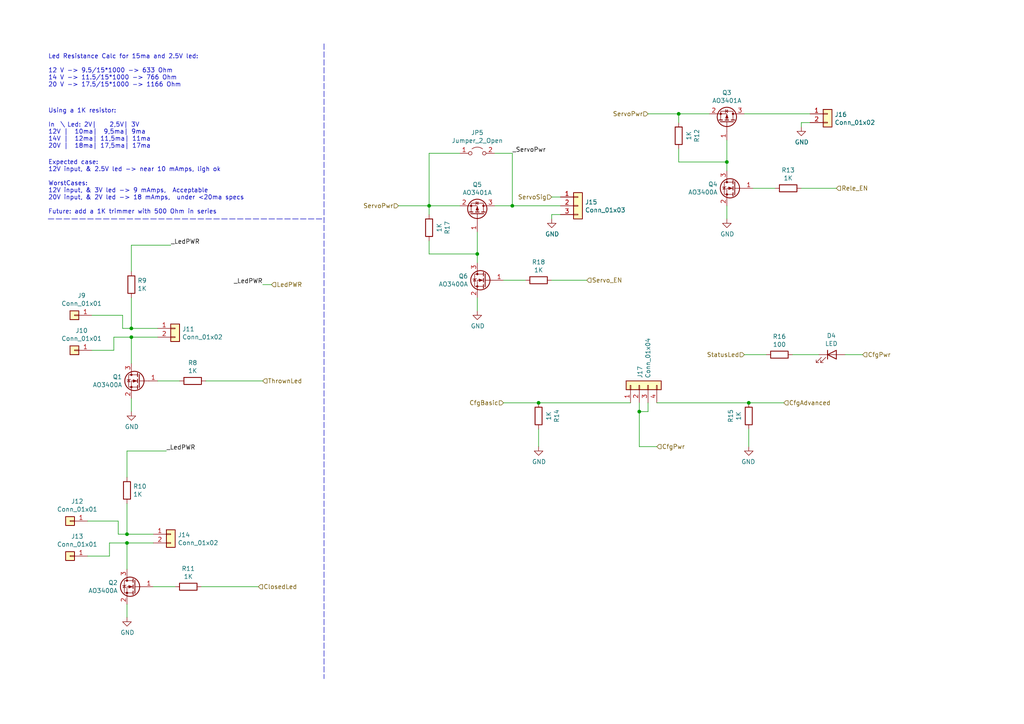
<source format=kicad_sch>
(kicad_sch (version 20211123) (generator eeschema)
  (paper "A4")
  (title_block (title "DCC Decoder Turnout") (date "2022-07-04") (rev "0.4.1"))
  (lib_symbols
    (symbol "Connector_Generic:Conn_01x01" (pin_names (offset 1.016) hide)
      (property "Reference" "J" (at 0 2.54 0))
      (property "Value" "Conn_01x01" (at 0 -2.54 0))
      (symbol "Conn_01x01_1_1"
        (rectangle (start -1.27 0.127) (end 0 -0.127) (stroke (width 0.1524)))
        (rectangle (start -1.27 1.27) (end 1.27 -1.27) (stroke (width 0.254)) (fill (type background)))
        (pin passive line (at -5.08 0 0) (length 3.81) (name "Pin_1") (number "1"))
      )
    )
    (symbol "Connector_Generic:Conn_01x02" (pin_names (offset 1.016) hide)
      (property "Reference" "J" (at 0 2.54 0))
      (property "Value" "Conn_01x02" (at 0 -5.08 0))
      (symbol "Conn_01x02_1_1"
        (rectangle (start -1.27 -2.413) (end 0 -2.667) (stroke (width 0.1524)))
        (rectangle (start -1.27 0.127) (end 0 -0.127) (stroke (width 0.1524)))
        (rectangle (start -1.27 1.27) (end 1.27 -3.81) (stroke (width 0.254)) (fill (type background)))
        (pin passive line (at -5.08 0 0) (length 3.81) (name "Pin_1") (number "1"))
        (pin passive line (at -5.08 -2.54 0) (length 3.81) (name "Pin_2") (number "2"))
      )
    )
    (symbol "Connector_Generic:Conn_01x03" (pin_names (offset 1.016) hide)
      (property "Reference" "J" (at 0 5.08 0))
      (property "Value" "Conn_01x03" (at 0 -5.08 0))
      (symbol "Conn_01x03_1_1"
        (rectangle (start -1.27 -2.413) (end 0 -2.667) (stroke (width 0.1524)))
        (rectangle (start -1.27 0.127) (end 0 -0.127) (stroke (width 0.1524)))
        (rectangle (start -1.27 2.667) (end 0 2.413) (stroke (width 0.1524)))
        (rectangle (start -1.27 3.81) (end 1.27 -3.81) (stroke (width 0.254)) (fill (type background)))
        (pin passive line (at -5.08 2.54 0) (length 3.81) (name "Pin_1") (number "1"))
        (pin passive line (at -5.08 0 0) (length 3.81) (name "Pin_2") (number "2"))
        (pin passive line (at -5.08 -2.54 0) (length 3.81) (name "Pin_3") (number "3"))
      )
    )
    (symbol "Connector_Generic:Conn_01x04" (pin_names (offset 1.016) hide)
      (property "Reference" "J" (at 0 5.08 0))
      (property "Value" "Conn_01x04" (at 0 -7.62 0))
      (symbol "Conn_01x04_1_1"
        (rectangle (start -1.27 -4.953) (end 0 -5.207) (stroke (width 0.1524)))
        (rectangle (start -1.27 -2.413) (end 0 -2.667) (stroke (width 0.1524)))
        (rectangle (start -1.27 0.127) (end 0 -0.127) (stroke (width 0.1524)))
        (rectangle (start -1.27 2.667) (end 0 2.413) (stroke (width 0.1524)))
        (rectangle (start -1.27 3.81) (end 1.27 -6.35) (stroke (width 0.254)) (fill (type background)))
        (pin passive line (at -5.08 2.54 0) (length 3.81) (name "Pin_1") (number "1"))
        (pin passive line (at -5.08 0 0) (length 3.81) (name "Pin_2") (number "2"))
        (pin passive line (at -5.08 -2.54 0) (length 3.81) (name "Pin_3") (number "3"))
        (pin passive line (at -5.08 -5.08 0) (length 3.81) (name "Pin_4") (number "4"))
      )
    )
    (symbol "Device:LED" (pin_numbers hide) (pin_names (offset 1.016) hide)
      (property "Reference" "D" (at 0 2.54 0))
      (property "Value" "LED" (at 0 -2.54 0))
      (symbol "LED_0_1"
        (polyline (pts (xy -1.27 -1.27) (xy -1.27 1.27)) (stroke (width 0.254)))
        (polyline (pts (xy -1.27 0) (xy 1.27 0)))
        (polyline (pts (xy 1.27 -1.27) (xy 1.27 1.27) (xy -1.27 0) (xy 1.27 -1.27)) (stroke (width 0.254)))
        (polyline (pts (xy -3.048 -0.762) (xy -4.572 -2.286) (xy -3.81 -2.286) (xy -4.572 -2.286) (xy -4.572 -1.524)))
        (polyline (pts (xy -1.778 -0.762) (xy -3.302 -2.286) (xy -2.54 -2.286) (xy -3.302 -2.286) (xy -3.302 -1.524)))
      )
      (symbol "LED_1_1"
        (pin passive line (at -3.81 0 0) (length 2.54) (name "K") (number "1"))
        (pin passive line (at 3.81 0 180) (length 2.54) (name "A") (number "2"))
      )
    )
    (symbol "Device:Q_NMOS_GSD" (pin_names (offset 0) hide)
      (property "Reference" "Q" (at 5.08 1.27 0))
      (property "Value" "Q_NMOS_GSD" (at 5.08 -1.27 0))
      (symbol "Q_NMOS_GSD_0_1"
        (polyline (pts (xy 0.254 0) (xy -2.54 0)))
        (polyline (pts (xy 0.254 1.905) (xy 0.254 -1.905)) (stroke (width 0.254)))
        (polyline (pts (xy 0.762 -1.27) (xy 0.762 -2.286)) (stroke (width 0.254)))
        (polyline (pts (xy 0.762 0.508) (xy 0.762 -0.508)) (stroke (width 0.254)))
        (polyline (pts (xy 0.762 2.286) (xy 0.762 1.27)) (stroke (width 0.254)))
        (polyline (pts (xy 2.54 2.54) (xy 2.54 1.778)))
        (polyline (pts (xy 2.54 -2.54) (xy 2.54 0) (xy 0.762 0)))
        (polyline (pts (xy 0.762 -1.778) (xy 3.302 -1.778) (xy 3.302 1.778) (xy 0.762 1.778)))
        (polyline (pts (xy 1.016 0) (xy 2.032 0.381) (xy 2.032 -0.381) (xy 1.016 0)) (fill (type outline)))
        (polyline (pts (xy 2.794 0.508) (xy 2.921 0.381) (xy 3.683 0.381) (xy 3.81 0.254)))
        (polyline (pts (xy 3.302 0.381) (xy 2.921 -0.254) (xy 3.683 -0.254) (xy 3.302 0.381)))
        (circle (center 1.651 0) (radius 2.794) (stroke (width 0.254)))
        (circle (center 2.54 -1.778) (radius 0.254) (fill (type outline)))
        (circle (center 2.54 1.778) (radius 0.254) (fill (type outline)))
      )
      (symbol "Q_NMOS_GSD_1_1"
        (pin input line (at -5.08 0 0) (length 2.54) (name "G") (number "1"))
        (pin passive line (at 2.54 -5.08 90) (length 2.54) (name "S") (number "2"))
        (pin passive line (at 2.54 5.08 270) (length 2.54) (name "D") (number "3"))
      )
    )
    (symbol "Device:Q_PMOS_GSD" (pin_names (offset 0) hide)
      (property "Reference" "Q" (at 5.08 1.27 0))
      (property "Value" "Q_PMOS_GSD" (at 5.08 -1.27 0))
      (symbol "Q_PMOS_GSD_0_1"
        (polyline (pts (xy 0.254 0) (xy -2.54 0)))
        (polyline (pts (xy 0.254 1.905) (xy 0.254 -1.905)) (stroke (width 0.254)))
        (polyline (pts (xy 0.762 -1.27) (xy 0.762 -2.286)) (stroke (width 0.254)))
        (polyline (pts (xy 0.762 0.508) (xy 0.762 -0.508)) (stroke (width 0.254)))
        (polyline (pts (xy 0.762 2.286) (xy 0.762 1.27)) (stroke (width 0.254)))
        (polyline (pts (xy 2.54 2.54) (xy 2.54 1.778)))
        (polyline (pts (xy 2.54 -2.54) (xy 2.54 0) (xy 0.762 0)))
        (polyline (pts (xy 0.762 1.778) (xy 3.302 1.778) (xy 3.302 -1.778) (xy 0.762 -1.778)))
        (polyline (pts (xy 2.286 0) (xy 1.27 0.381) (xy 1.27 -0.381) (xy 2.286 0)) (fill (type outline)))
        (polyline (pts (xy 2.794 -0.508) (xy 2.921 -0.381) (xy 3.683 -0.381) (xy 3.81 -0.254)))
        (polyline (pts (xy 3.302 -0.381) (xy 2.921 0.254) (xy 3.683 0.254) (xy 3.302 -0.381)))
        (circle (center 1.651 0) (radius 2.794) (stroke (width 0.254)))
        (circle (center 2.54 -1.778) (radius 0.254) (fill (type outline)))
        (circle (center 2.54 1.778) (radius 0.254) (fill (type outline)))
      )
      (symbol "Q_PMOS_GSD_1_1"
        (pin input line (at -5.08 0 0) (length 2.54) (name "G") (number "1"))
        (pin passive line (at 2.54 -5.08 90) (length 2.54) (name "S") (number "2"))
        (pin passive line (at 2.54 5.08 270) (length 2.54) (name "D") (number "3"))
      )
    )
    (symbol "Device:R" (pin_numbers hide) (pin_names (offset 0))
      (property "Reference" "R" (at 2.032 0 90))
      (property "Value" "R" (at 0 0 90))
      (symbol "R_0_1"
        (rectangle (start -1.016 -2.54) (end 1.016 2.54) (stroke (width 0.254)))
      )
      (symbol "R_1_1"
        (pin passive line (at 0 3.81 270) (length 1.27) (name "~") (number "1"))
        (pin passive line (at 0 -3.81 90) (length 1.27) (name "~") (number "2"))
      )
    )
    (symbol "Jumper:Jumper_2_Open" (pin_names (offset 0) hide)
      (property "Reference" "JP" (at 0 2.794 0))
      (property "Value" "Jumper_2_Open" (at 0 -2.286 0))
      (symbol "Jumper_2_Open_0_0"
        (circle (center -2.032 0) (radius 0.508))
        (circle (center 2.032 0) (radius 0.508))
      )
      (symbol "Jumper_2_Open_0_1"
        (arc (start 1.524 1.27) (mid 0 1.778) (end -1.524 1.27))
      )
      (symbol "Jumper_2_Open_1_1"
        (pin passive line (at -5.08 0 0) (length 2.54) (name "A") (number "1"))
        (pin passive line (at 5.08 0 180) (length 2.54) (name "B") (number "2"))
      )
    )
    (symbol "power:GND" (power) (pin_names (offset 0))
      (property "Value" "GND" (at 0 -3.81 0))
      (symbol "GND_0_1"
        (polyline (pts (xy 0 0) (xy 0 -1.27) (xy 1.27 -1.27) (xy 0 -2.54) (xy -1.27 -1.27) (xy 0 -1.27)))
      )
      (symbol "GND_1_1"
        (pin power_in line (at 0 0 270) (length 0) hide (name "GND") (number "1"))
      )
    )
  )
  (junction (at 148.59 59.69))
  (junction (at 36.83 157.48))
  (junction (at 217.17 116.84))
  (junction (at 138.43 73.66))
  (junction (at 38.1 97.79))
  (junction (at 36.83 154.94))
  (junction (at 156.21 116.84))
  (junction (at 210.82 46.99))
  (junction (at 38.1 95.25))
  (junction (at 185.42 119.38))
  (junction (at 196.85 33.02))
  (junction (at 124.46 59.69))
  (wire (pts (xy 160.02 63.5) (xy 160.02 62.23)))
  (wire (pts (xy 45.72 97.79) (xy 38.1 97.79)))
  (wire (pts (xy 185.42 129.54) (xy 185.42 119.38)))
  (wire (pts (xy 229.87 102.87) (xy 237.49 102.87)))
  (wire (pts (xy 124.46 62.23) (xy 124.46 59.69)))
  (wire (pts (xy 138.43 67.31) (xy 138.43 73.66)))
  (wire (pts (xy 217.17 116.84) (xy 227.33 116.84)))
  (wire (pts (xy 124.46 69.85) (xy 124.46 73.66)))
  (wire (pts (xy 185.42 119.38) (xy 185.42 116.84)))
  (wire (pts (xy 44.45 157.48) (xy 36.83 157.48)))
  (wire (pts (xy 187.96 119.38) (xy 185.42 119.38)))
  (wire (pts (xy 232.41 36.83) (xy 232.41 35.56)))
  (wire (pts (xy 35.56 91.44) (xy 35.56 95.25)))
  (wire (pts (xy 156.21 116.84) (xy 182.88 116.84)))
  (wire (pts (xy 187.96 116.84) (xy 187.96 119.38)))
  (wire (pts (xy 124.46 44.45) (xy 124.46 59.69)))
  (wire (pts (xy 160.02 57.15) (xy 162.56 57.15)))
  (wire (pts (xy 160.02 62.23) (xy 162.56 62.23)))
  (wire (pts (xy 38.1 95.25) (xy 45.72 95.25)))
  (wire (pts (xy 115.57 59.69) (xy 124.46 59.69)))
  (wire (pts (xy 52.07 110.49) (xy 45.72 110.49)))
  (wire (pts (xy 143.51 44.45) (xy 148.59 44.45)))
  (wire (pts (xy 33.02 101.6) (xy 26.67 101.6)))
  (wire (pts (xy 36.83 138.43) (xy 36.83 130.81)))
  (wire (pts (xy 190.5 129.54) (xy 185.42 129.54)))
  (wire (pts (xy 59.69 110.49) (xy 76.2 110.49)))
  (wire (pts (xy 35.56 95.25) (xy 38.1 95.25)))
  (wire (pts (xy 38.1 78.74) (xy 38.1 71.12)))
  (wire (pts (xy 210.82 46.99) (xy 210.82 49.53)))
  (wire (pts (xy 36.83 130.81) (xy 48.26 130.81)))
  (wire (pts (xy 34.29 154.94) (xy 36.83 154.94)))
  (wire (pts (xy 124.46 59.69) (xy 133.35 59.69)))
  (wire (pts (xy 36.83 154.94) (xy 44.45 154.94)))
  (wire (pts (xy 31.75 161.29) (xy 25.4 161.29)))
  (wire (pts (xy 31.75 157.48) (xy 31.75 161.29)))
  (wire (pts (xy 38.1 86.36) (xy 38.1 95.25)))
  (wire (pts (xy 38.1 97.79) (xy 33.02 97.79)))
  (wire (pts (xy 36.83 157.48) (xy 31.75 157.48)))
  (wire (pts (xy 138.43 90.17) (xy 138.43 86.36)))
  (wire (pts (xy 58.42 170.18) (xy 74.93 170.18)))
  (wire (pts (xy 196.85 43.18) (xy 196.85 46.99)))
  (wire (pts (xy 196.85 46.99) (xy 210.82 46.99)))
  (wire (pts (xy 36.83 157.48) (xy 36.83 165.1)))
  (wire (pts (xy 38.1 119.38) (xy 38.1 115.57)))
  (wire (pts (xy 250.19 102.87) (xy 245.11 102.87)))
  (wire (pts (xy 138.43 73.66) (xy 138.43 76.2)))
  (wire (pts (xy 148.59 59.69) (xy 162.56 59.69)))
  (wire (pts (xy 76.2 82.55) (xy 78.74 82.55)))
  (wire (pts (xy 222.25 102.87) (xy 215.9 102.87)))
  (wire (pts (xy 210.82 40.64) (xy 210.82 46.99)))
  (wire (pts (xy 215.9 33.02) (xy 234.95 33.02)))
  (wire (pts (xy 187.96 33.02) (xy 196.85 33.02)))
  (wire (pts (xy 50.8 170.18) (xy 44.45 170.18)))
  (wire (pts (xy 210.82 63.5) (xy 210.82 59.69)))
  (wire (pts (xy 25.4 151.13) (xy 34.29 151.13)))
  (wire (pts (xy 152.4 81.28) (xy 146.05 81.28)))
  (wire (pts (xy 156.21 116.84) (xy 146.05 116.84)))
  (wire (pts (xy 34.29 151.13) (xy 34.29 154.94)))
  (wire (pts (xy 217.17 129.54) (xy 217.17 124.46)))
  (wire (pts (xy 217.17 116.84) (xy 190.5 116.84)))
  (wire (pts (xy 156.21 129.54) (xy 156.21 124.46)))
  (wire (pts (xy 232.41 35.56) (xy 234.95 35.56)))
  (polyline (pts (xy 93.98 12.7) (xy 93.98 196.85)))
  (wire (pts (xy 124.46 73.66) (xy 138.43 73.66)))
  (wire (pts (xy 232.41 54.61) (xy 242.57 54.61)))
  (polyline (pts (xy 13.97 63.5) (xy 93.98 63.5)))
  (wire (pts (xy 36.83 146.05) (xy 36.83 154.94)))
  (wire (pts (xy 224.79 54.61) (xy 218.44 54.61)))
  (wire (pts (xy 196.85 33.02) (xy 205.74 33.02)))
  (wire (pts (xy 33.02 97.79) (xy 33.02 101.6)))
  (wire (pts (xy 196.85 35.56) (xy 196.85 33.02)))
  (wire (pts (xy 160.02 81.28) (xy 170.18 81.28)))
  (wire (pts (xy 36.83 179.07) (xy 36.83 175.26)))
  (wire (pts (xy 38.1 71.12) (xy 49.53 71.12)))
  (wire (pts (xy 38.1 97.79) (xy 38.1 105.41)))
  (wire (pts (xy 26.67 91.44) (xy 35.56 91.44)))
  (wire (pts (xy 148.59 44.45) (xy 148.59 59.69)))
  (wire (pts (xy 133.35 44.45) (xy 124.46 44.45)))
  (wire (pts (xy 143.51 59.69) (xy 148.59 59.69)))
  (text "Led Resistance Calc for 15ma and 2.5V led:\n\n12 V -> 9.5/15*1000 -> 633 Ohm\n14 V -> 11.5/15*1000 -> 766 Ohm\n20 V -> 17.5/15*1000 -> 1166 Ohm" (at 13.97 25.4 0) (effects (font (size 1.27 1.27)) (justify left bottom)))
  (text "Using a 1K resistor:\n\nIn  \\ Led: 2V|    2,5V| 3V\n12V |  10ma|  9,5ma| 9ma\n14V |  12ma| 11,5ma| 11ma\n20V |  18ma| 17,5ma| 17ma\n" (at 13.97 43.18 0) (effects (font (size 1.27 1.27)) (justify left bottom)))
  (text "Expected case: \n12V input, & 2.5V led -> near 10 mAmps, ligh ok\n\nWorstCases:\n12V input, & 3V led -> 9 mAmps,  Acceptable\n20V input, & 2V led -> 18 mAmps,  under <20ma specs\n\nFuture: add a 1K trimmer with 500 Ohm in series" (at 13.97 62.23 0) (effects (font (size 1.27 1.27)) (justify left bottom)))
  (label "_ServoPwr" (at 148.59 44.45 0))
  (label "_LedPWR" (at 48.26 130.81 0))
  (label "_LedPWR" (at 76.2 82.55 180))
  (label "_LedPWR" (at 49.53 71.12 0))
  (hierarchical_label "CfgAdvanced" (shape input) (at 227.33 116.84 0))
  (hierarchical_label "Servo_EN" (shape input) (at 170.18 81.28 0))
  (hierarchical_label "ClosedLed" (shape input) (at 74.93 170.18 0))
  (hierarchical_label "CfgPwr" (shape input) (at 190.5 129.54 0))
  (hierarchical_label "ThrownLed" (shape input) (at 76.2 110.49 0))
  (hierarchical_label "ServoPwr" (shape input) (at 187.96 33.02 180))
  (hierarchical_label "LedPWR" (shape input) (at 78.74 82.55 0))
  (hierarchical_label "CfgBasic" (shape input) (at 146.05 116.84 180))
  (hierarchical_label "ServoSig" (shape input) (at 160.02 57.15 180))
  (hierarchical_label "ServoPwr" (shape input) (at 115.57 59.69 180))
  (hierarchical_label "Rele_EN" (shape input) (at 242.57 54.61 0))
  (hierarchical_label "StatusLed" (shape input) (at 215.9 102.87 180))
  (hierarchical_label "CfgPwr" (shape input) (at 250.19 102.87 0))
  (symbol (lib_id "Device:Q_NMOS_GSD") (at 140.97 81.28 0) (mirror y) (unit 1)
    (property "Reference" "Q6" (at 135.763 80.1116 0) (effects (justify left)))
    (property "Value" "AO3400A" (at 135.763 82.423 0) (effects (justify left)))
    (property "Footprint" "Package_TO_SOT_SMD:SOT-23" (effects hide))
    (property "LCSC" "C20917" (effects hide))
  )
  (symbol (lib_id "power:GND") (at 138.43 90.17 0) (unit 1)
    (property "Reference" "#PWR030" (effects hide))
    (property "Value" "GND" (at 138.557 94.5642 0))
  )
  (symbol (lib_id "Device:R") (at 156.21 81.28 270) (unit 1)
    (property "Reference" "R18" (at 156.21 76.0222 90))
    (property "Value" "1K" (at 156.21 78.3336 90))
    (property "Footprint" "Resistor_SMD:R_0805_2012Metric" (effects hide))
    (property "LCSC" "C17513" (effects hide))
  )
  (symbol (lib_id "Device:R") (at 124.46 66.04 180) (unit 1)
    (property "Reference" "R17" (at 129.7178 66.04 90))
    (property "Value" "1K" (at 127.4064 66.04 90))
    (property "Footprint" "Resistor_SMD:R_0805_2012Metric" (effects hide))
    (property "LCSC" "C17513" (effects hide))
  )
  (symbol (lib_id "Device:Q_PMOS_GSD") (at 138.43 62.23 270) (mirror x) (unit 1)
    (property "Reference" "Q5" (at 138.43 53.5432 90))
    (property "Value" "AO3401A" (at 138.43 55.8546 90))
    (property "Footprint" "Package_TO_SOT_SMD:SOT-23" (effects hide))
    (property "LCSC" "C15127" (effects hide))
  )
  (symbol (lib_id "Jumper:Jumper_2_Open") (at 138.43 44.45 0) (unit 1)
    (property "Reference" "JP5" (at 138.43 38.481 0))
    (property "Value" "Jumper_2_Open" (at 138.43 40.7924 0))
    (property "Footprint" "Jumper:SolderJumper-2_P1.3mm_Open_RoundedPad1.0x1.5mm" (effects hide))
  )
  (symbol (lib_id "Device:Q_NMOS_GSD") (at 40.64 110.49 0) (mirror y) (unit 1)
    (property "Reference" "Q1" (at 35.433 109.3216 0) (effects (justify left)))
    (property "Value" "AO3400A" (at 35.433 111.633 0) (effects (justify left)))
    (property "Footprint" "Package_TO_SOT_SMD:SOT-23" (effects hide))
    (property "LCSC" "C20917" (effects hide))
  )
  (symbol (lib_id "power:GND") (at 38.1 119.38 0) (unit 1)
    (property "Reference" "#PWR0102" (effects hide))
    (property "Value" "GND" (at 38.227 123.7742 0))
  )
  (symbol (lib_id "Device:R") (at 55.88 110.49 270) (unit 1)
    (property "Reference" "R8" (at 55.88 105.2322 90))
    (property "Value" "1K" (at 55.88 107.5436 90))
    (property "Footprint" "Resistor_SMD:R_0805_2012Metric" (effects hide))
    (property "LCSC" "C17513" (effects hide))
  )
  (symbol (lib_id "Connector_Generic:Conn_01x02") (at 50.8 95.25 0) (unit 1)
    (property "Reference" "J11" (at 52.832 95.4532 0) (effects (justify left)))
    (property "Value" "Conn_01x02" (at 52.832 97.7646 0) (effects (justify left)))
    (property "Footprint" "Connector_PinHeader_2.54mm:PinHeader_1x02_P2.54mm_Vertical" (effects hide))
  )
  (symbol (lib_id "Device:R") (at 38.1 82.55 180) (unit 1)
    (property "Reference" "R9" (at 39.878 81.3816 0) (effects (justify right)))
    (property "Value" "1K" (at 39.878 83.693 0) (effects (justify right)))
    (property "Footprint" "Resistor_SMD:R_0805_2012Metric" (effects hide))
    (property "LCSC" "C17513" (effects hide))
  )
  (symbol (lib_id "Connector_Generic:Conn_01x01") (at 21.59 91.44 180) (unit 1)
    (property "Reference" "J9" (at 23.6728 85.725 0))
    (property "Value" "Conn_01x01" (at 23.6728 88.0364 0))
    (property "Footprint" "Connector_Wire:SolderWirePad_1x01_SMD_1x2mm" (effects hide))
  )
  (symbol (lib_id "Connector_Generic:Conn_01x01") (at 21.59 101.6 180) (unit 1)
    (property "Reference" "J10" (at 23.6728 95.885 0))
    (property "Value" "Conn_01x01" (at 23.6728 98.1964 0))
    (property "Footprint" "Connector_Wire:SolderWirePad_1x01_SMD_1x2mm" (effects hide))
  )
  (symbol (lib_id "Device:Q_NMOS_GSD") (at 39.37 170.18 0) (mirror y) (unit 1)
    (property "Reference" "Q2" (at 34.163 169.0116 0) (effects (justify left)))
    (property "Value" "AO3400A" (at 34.163 171.323 0) (effects (justify left)))
    (property "Footprint" "Package_TO_SOT_SMD:SOT-23" (effects hide))
    (property "LCSC" "C20917" (effects hide))
  )
  (symbol (lib_id "power:GND") (at 36.83 179.07 0) (unit 1)
    (property "Reference" "#PWR026" (effects hide))
    (property "Value" "GND" (at 36.957 183.4642 0))
  )
  (symbol (lib_id "Device:R") (at 54.61 170.18 270) (unit 1)
    (property "Reference" "R11" (at 54.61 164.9222 90))
    (property "Value" "1K" (at 54.61 167.2336 90))
    (property "Footprint" "Resistor_SMD:R_0805_2012Metric" (effects hide))
    (property "LCSC" "C17513" (effects hide))
  )
  (symbol (lib_id "Connector_Generic:Conn_01x02") (at 49.53 154.94 0) (unit 1)
    (property "Reference" "J14" (at 51.562 155.1432 0) (effects (justify left)))
    (property "Value" "Conn_01x02" (at 51.562 157.4546 0) (effects (justify left)))
    (property "Footprint" "Connector_PinHeader_2.54mm:PinHeader_1x02_P2.54mm_Vertical" (effects hide))
  )
  (symbol (lib_id "Device:R") (at 36.83 142.24 180) (unit 1)
    (property "Reference" "R10" (at 38.608 141.0716 0) (effects (justify right)))
    (property "Value" "1K" (at 38.608 143.383 0) (effects (justify right)))
    (property "Footprint" "Resistor_SMD:R_0805_2012Metric" (effects hide))
    (property "LCSC" "C17513" (effects hide))
  )
  (symbol (lib_id "Connector_Generic:Conn_01x01") (at 20.32 151.13 180) (unit 1)
    (property "Reference" "J12" (at 22.4028 145.415 0))
    (property "Value" "Conn_01x01" (at 22.4028 147.7264 0))
    (property "Footprint" "Connector_Wire:SolderWirePad_1x01_SMD_1x2mm" (effects hide))
  )
  (symbol (lib_id "Connector_Generic:Conn_01x01") (at 20.32 161.29 180) (unit 1)
    (property "Reference" "J13" (at 22.4028 155.575 0))
    (property "Value" "Conn_01x01" (at 22.4028 157.8864 0))
    (property "Footprint" "Connector_Wire:SolderWirePad_1x01_SMD_1x2mm" (effects hide))
  )
  (symbol (lib_id "Connector_Generic:Conn_01x03") (at 167.64 59.69 0) (unit 1)
    (property "Reference" "J15" (at 169.672 58.6232 0) (effects (justify left)))
    (property "Value" "Conn_01x03" (at 169.672 60.9346 0) (effects (justify left)))
    (property "Footprint" "Connector_PinHeader_2.54mm:PinHeader_1x03_P2.54mm_Vertical" (effects hide))
  )
  (symbol (lib_id "power:GND") (at 160.02 63.5 0) (unit 1)
    (property "Reference" "#PWR027" (effects hide))
    (property "Value" "GND" (at 160.147 67.8942 0))
  )
  (symbol (lib_id "Device:Q_NMOS_GSD") (at 213.36 54.61 0) (mirror y) (unit 1)
    (property "Reference" "Q4" (at 208.153 53.4416 0) (effects (justify left)))
    (property "Value" "AO3400A" (at 208.153 55.753 0) (effects (justify left)))
    (property "Footprint" "Package_TO_SOT_SMD:SOT-23" (effects hide))
    (property "LCSC" "C20917" (effects hide))
  )
  (symbol (lib_id "power:GND") (at 210.82 63.5 0) (unit 1)
    (property "Reference" "#PWR0105" (effects hide))
    (property "Value" "GND" (at 210.947 67.8942 0))
  )
  (symbol (lib_id "Device:R") (at 228.6 54.61 270) (unit 1)
    (property "Reference" "R13" (at 228.6 49.3522 90))
    (property "Value" "1K" (at 228.6 51.6636 90))
    (property "Footprint" "Resistor_SMD:R_0805_2012Metric" (effects hide))
    (property "LCSC" "C17513" (effects hide))
  )
  (symbol (lib_id "Device:R") (at 196.85 39.37 180) (unit 1)
    (property "Reference" "R12" (at 202.1078 39.37 90))
    (property "Value" "1K" (at 199.7964 39.37 90))
    (property "Footprint" "Resistor_SMD:R_0805_2012Metric" (effects hide))
    (property "LCSC" "C17513" (effects hide))
  )
  (symbol (lib_id "Device:Q_PMOS_GSD") (at 210.82 35.56 270) (mirror x) (unit 1)
    (property "Reference" "Q3" (at 210.82 26.8732 90))
    (property "Value" "AO3401A" (at 210.82 29.1846 90))
    (property "Footprint" "Package_TO_SOT_SMD:SOT-23" (effects hide))
    (property "LCSC" "C15127" (effects hide))
  )
  (symbol (lib_id "Connector_Generic:Conn_01x02") (at 240.03 33.02 0) (unit 1)
    (property "Reference" "J16" (at 242.062 33.2232 0) (effects (justify left)))
    (property "Value" "Conn_01x02" (at 242.062 35.5346 0) (effects (justify left)))
    (property "Footprint" "Connector_PinHeader_2.54mm:PinHeader_1x02_P2.54mm_Vertical" (effects hide))
  )
  (symbol (lib_id "power:GND") (at 232.41 36.83 0) (unit 1)
    (property "Reference" "#PWR0106" (effects hide))
    (property "Value" "GND" (at 232.537 41.2242 0))
  )
  (symbol (lib_id "Connector_Generic:Conn_01x04") (at 185.42 111.76 90) (unit 1)
    (property "Reference" "J17" (at 185.6232 109.728 0) (effects (justify left)))
    (property "Value" "Conn_01x04" (at 187.9346 109.728 0) (effects (justify left)))
    (property "Footprint" "Connector_PinHeader_2.54mm:PinHeader_1x04_P2.54mm_Vertical" (effects hide))
  )
  (symbol (lib_id "power:GND") (at 156.21 129.54 0) (unit 1)
    (property "Reference" "#PWR028" (effects hide))
    (property "Value" "GND" (at 156.337 133.9342 0))
  )
  (symbol (lib_id "Device:R") (at 156.21 120.65 180) (unit 1)
    (property "Reference" "R14" (at 161.4678 120.65 90))
    (property "Value" "1K" (at 159.1564 120.65 90))
    (property "Footprint" "Resistor_SMD:R_0805_2012Metric" (effects hide))
    (property "LCSC" "C17513" (effects hide))
  )
  (symbol (lib_id "power:GND") (at 217.17 129.54 0) (mirror y) (unit 1)
    (property "Reference" "#PWR029" (effects hide))
    (property "Value" "GND" (at 217.043 133.9342 0))
  )
  (symbol (lib_id "Device:R") (at 217.17 120.65 0) (mirror x) (unit 1)
    (property "Reference" "R15" (at 211.9122 120.65 90))
    (property "Value" "1K" (at 214.2236 120.65 90))
    (property "Footprint" "Resistor_SMD:R_0805_2012Metric" (effects hide))
    (property "LCSC" "C17513" (effects hide))
  )
  (symbol (lib_id "Device:LED") (at 241.3 102.87 0) (unit 1)
    (property "Reference" "D4" (at 241.1222 97.3582 0))
    (property "Value" "LED" (at 241.1222 99.6696 0))
    (property "Footprint" "LED_SMD:LED_0805_2012Metric" (effects hide))
    (property "LCSC" "C2297" (effects hide))
  )
  (symbol (lib_id "Device:R") (at 226.06 102.87 270) (unit 1)
    (property "Reference" "R16" (at 226.06 97.6122 90))
    (property "Value" "100" (at 226.06 99.9236 90))
    (property "Footprint" "Resistor_SMD:R_0805_2012Metric" (effects hide))
    (property "Mouser" "603-AC1206FR-10100RL" (effects hide))
    (property "REF" "AC1206FR-10100RL" (effects hide))
    (property "LCSC" "C17408" (effects hide))
  )
)
</source>
